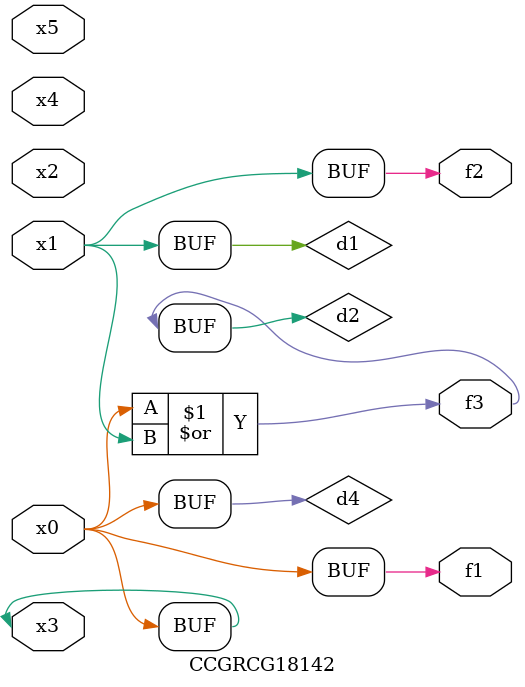
<source format=v>
module CCGRCG18142(
	input x0, x1, x2, x3, x4, x5,
	output f1, f2, f3
);

	wire d1, d2, d3, d4;

	and (d1, x1);
	or (d2, x0, x1);
	nand (d3, x0, x5);
	buf (d4, x0, x3);
	assign f1 = d4;
	assign f2 = d1;
	assign f3 = d2;
endmodule

</source>
